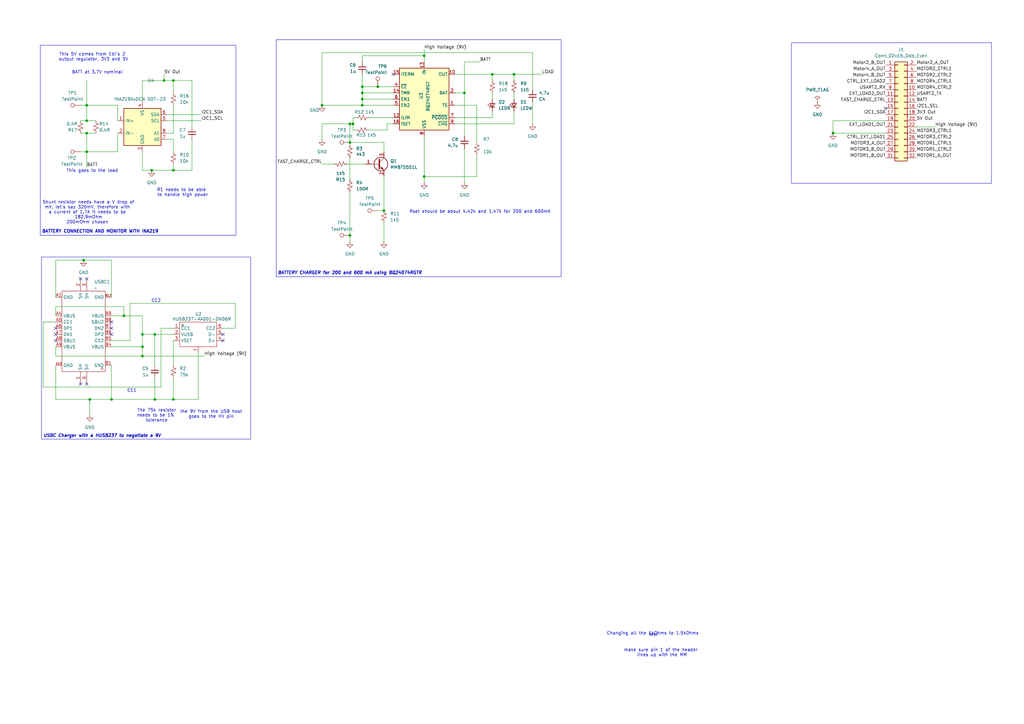
<source format=kicad_sch>
(kicad_sch (version 20250114) (generator "eeschema") (generator_version "9.0")
  (paper "A3")
  (title_block (title "Power board for MM") (date "2025-03-27") (rev "v2") (comment 1 "Author: Josh Smith (SMTJOS022)") (comment 2 "Author: Ebrahim Bhyat (BHYEBR002)"))
  (lib_symbols
    (symbol "Battery_Management:BQ24074RGT"
      (property "Reference" "U" (at -8.89 13.97 0))
      (property "Value" "BQ24074RGT" (at 16.51 13.97 0))
      (symbol "BQ24074RGT_0_1"
        (rectangle (start -10.16 12.7) (end 10.16 -12.7) (stroke (width 0.254)) (fill (type background)))
      )
      (symbol "BQ24074RGT_1_1"
        (pin input line (at -12.7 10.16 0) (length 2.54) (name "ITERM") (number "15"))
        (pin input line (at -12.7 5.08 0) (length 2.54) (name "~{CE}") (number "4"))
        (pin input line (at -12.7 2.54 0) (length 2.54) (name "TMR") (number "14"))
        (pin input line (at -12.7 0 0) (length 2.54) (name "EN1") (number "6"))
        (pin input line (at -12.7 -2.54 0) (length 2.54) (name "EN2") (number "5"))
        (pin passive line (at -12.7 -7.62 0) (length 2.54) (name "ILIM") (number "12"))
        (pin passive line (at -12.7 -10.16 0) (length 2.54) (name "ISET") (number "16"))
        (pin power_in line (at 0 15.24 270) (length 2.54) (name "IN") (number "13"))
        (pin passive line (at 0 -15.24 90) (length 2.54) (hide yes) (name "VSS") (number "17"))
        (pin power_in line (at 0 -15.24 90) (length 2.54) (name "VSS") (number "8"))
        (pin power_out line (at 12.7 10.16 180) (length 2.54) (name "OUT") (number "10"))
        (pin passive line (at 12.7 10.16 180) (length 2.54) (hide yes) (name "OUT") (number "11"))
        (pin power_out line (at 12.7 2.54 180) (length 2.54) (name "BAT") (number "2"))
        (pin passive line (at 12.7 2.54 180) (length 2.54) (hide yes) (name "BAT") (number "3"))
        (pin passive line (at 12.7 -2.54 180) (length 2.54) (name "TS") (number "1"))
        (pin open_collector line (at 12.7 -7.62 180) (length 2.54) (name "~{PGOOD}") (number "7"))
        (pin open_collector line (at 12.7 -10.16 180) (length 2.54) (name "~{CHG}") (number "9"))
      )
    )
    (symbol "Connector:TestPoint" (pin_numbers (hide yes)) (pin_names (offset 0.762) (hide yes))
      (property "Reference" "TP" (at 0 6.858 0))
      (property "Value" "TestPoint" (at 0 5.08 0))
      (symbol "TestPoint_0_1"
        (circle (center 0 3.302) (radius 0.762))
      )
      (symbol "TestPoint_1_1"
        (pin passive line (at 0 0 90) (length 2.54) (name "1") (number "1"))
      )
    )
    (symbol "Connector_Generic:Conn_02x16_Odd_Even" (pin_names (offset 1.016) (hide yes))
      (property "Reference" "J" (at 1.27 20.32 0))
      (property "Value" "Conn_02x16_Odd_Even" (at 1.27 -22.86 0))
      (symbol "Conn_02x16_Odd_Even_1_1"
        (rectangle (start -1.27 19.05) (end 3.81 -21.59) (stroke (width 0.254)) (fill (type background)))
        (rectangle (start -1.27 17.907) (end 0 17.653) (stroke (width 0.1524)))
        (rectangle (start -1.27 15.367) (end 0 15.113) (stroke (width 0.1524)))
        (rectangle (start -1.27 12.827) (end 0 12.573) (stroke (width 0.1524)))
        (rectangle (start -1.27 10.287) (end 0 10.033) (stroke (width 0.1524)))
        (rectangle (start -1.27 7.747) (end 0 7.493) (stroke (width 0.1524)))
        (rectangle (start -1.27 5.207) (end 0 4.953) (stroke (width 0.1524)))
        (rectangle (start -1.27 2.667) (end 0 2.413) (stroke (width 0.1524)))
        (rectangle (start -1.27 0.127) (end 0 -0.127) (stroke (width 0.1524)))
        (rectangle (start -1.27 -2.413) (end 0 -2.667) (stroke (width 0.1524)))
        (rectangle (start -1.27 -4.953) (end 0 -5.207) (stroke (width 0.1524)))
        (rectangle (start -1.27 -7.493) (end 0 -7.747) (stroke (width 0.1524)))
        (rectangle (start -1.27 -10.033) (end 0 -10.287) (stroke (width 0.1524)))
        (rectangle (start -1.27 -12.573) (end 0 -12.827) (stroke (width 0.1524)))
        (rectangle (start -1.27 -15.113) (end 0 -15.367) (stroke (width 0.1524)))
        (rectangle (start -1.27 -17.653) (end 0 -17.907) (stroke (width 0.1524)))
        (rectangle (start -1.27 -20.193) (end 0 -20.447) (stroke (width 0.1524)))
        (rectangle (start 3.81 17.907) (end 2.54 17.653) (stroke (width 0.1524)))
        (rectangle (start 3.81 15.367) (end 2.54 15.113) (stroke (width 0.1524)))
        (rectangle (start 3.81 12.827) (end 2.54 12.573) (stroke (width 0.1524)))
        (rectangle (start 3.81 10.287) (end 2.54 10.033) (stroke (width 0.1524)))
        (rectangle (start 3.81 7.747) (end 2.54 7.493) (stroke (width 0.1524)))
        (rectangle (start 3.81 5.207) (end 2.54 4.953) (stroke (width 0.1524)))
        (rectangle (start 3.81 2.667) (end 2.54 2.413) (stroke (width 0.1524)))
        (rectangle (start 3.81 0.127) (end 2.54 -0.127) (stroke (width 0.1524)))
        (rectangle (start 3.81 -2.413) (end 2.54 -2.667) (stroke (width 0.1524)))
        (rectangle (start 3.81 -4.953) (end 2.54 -5.207) (stroke (width 0.1524)))
        (rectangle (start 3.81 -7.493) (end 2.54 -7.747) (stroke (width 0.1524)))
        (rectangle (start 3.81 -10.033) (end 2.54 -10.287) (stroke (width 0.1524)))
        (rectangle (start 3.81 -12.573) (end 2.54 -12.827) (stroke (width 0.1524)))
        (rectangle (start 3.81 -15.113) (end 2.54 -15.367) (stroke (width 0.1524)))
        (rectangle (start 3.81 -17.653) (end 2.54 -17.907) (stroke (width 0.1524)))
        (rectangle (start 3.81 -20.193) (end 2.54 -20.447) (stroke (width 0.1524)))
        (pin passive line (at -5.08 17.78 0) (length 3.81) (name "Pin_1") (number "1"))
        (pin passive line (at -5.08 15.24 0) (length 3.81) (name "Pin_3") (number "3"))
        (pin passive line (at -5.08 12.7 0) (length 3.81) (name "Pin_5") (number "5"))
        (pin passive line (at -5.08 10.16 0) (length 3.81) (name "Pin_7") (number "7"))
        (pin passive line (at -5.08 7.62 0) (length 3.81) (name "Pin_9") (number "9"))
        (pin passive line (at -5.08 5.08 0) (length 3.81) (name "Pin_11") (number "11"))
        (pin passive line (at -5.08 2.54 0) (length 3.81) (name "Pin_13") (number "13"))
        (pin passive line (at -5.08 0 0) (length 3.81) (name "Pin_15") (number "15"))
        (pin passive line (at -5.08 -2.54 0) (length 3.81) (name "Pin_17") (number "17"))
        (pin passive line (at -5.08 -5.08 0) (length 3.81) (name "Pin_19") (number "19"))
        (pin passive line (at -5.08 -7.62 0) (length 3.81) (name "Pin_21") (number "21"))
        (pin passive line (at -5.08 -10.16 0) (length 3.81) (name "Pin_23") (number "23"))
        (pin passive line (at -5.08 -12.7 0) (length 3.81) (name "Pin_25") (number "25"))
        (pin passive line (at -5.08 -15.24 0) (length 3.81) (name "Pin_27") (number "27"))
        (pin passive line (at -5.08 -17.78 0) (length 3.81) (name "Pin_29") (number "29"))
        (pin passive line (at -5.08 -20.32 0) (length 3.81) (name "Pin_31") (number "31"))
        (pin passive line (at 7.62 17.78 180) (length 3.81) (name "Pin_2") (number "2"))
        (pin passive line (at 7.62 15.24 180) (length 3.81) (name "Pin_4") (number "4"))
        (pin passive line (at 7.62 12.7 180) (length 3.81) (name "Pin_6") (number "6"))
        (pin passive line (at 7.62 10.16 180) (length 3.81) (name "Pin_8") (number "8"))
        (pin passive line (at 7.62 7.62 180) (length 3.81) (name "Pin_10") (number "10"))
        (pin passive line (at 7.62 5.08 180) (length 3.81) (name "Pin_12") (number "12"))
        (pin passive line (at 7.62 2.54 180) (length 3.81) (name "Pin_14") (number "14"))
        (pin passive line (at 7.62 0 180) (length 3.81) (name "Pin_16") (number "16"))
        (pin passive line (at 7.62 -2.54 180) (length 3.81) (name "Pin_18") (number "18"))
        (pin passive line (at 7.62 -5.08 180) (length 3.81) (name "Pin_20") (number "20"))
        (pin passive line (at 7.62 -7.62 180) (length 3.81) (name "Pin_22") (number "22"))
        (pin passive line (at 7.62 -10.16 180) (length 3.81) (name "Pin_24") (number "24"))
        (pin passive line (at 7.62 -12.7 180) (length 3.81) (name "Pin_26") (number "26"))
        (pin passive line (at 7.62 -15.24 180) (length 3.81) (name "Pin_28") (number "28"))
        (pin passive line (at 7.62 -17.78 180) (length 3.81) (name "Pin_30") (number "30"))
        (pin passive line (at 7.62 -20.32 180) (length 3.81) (name "Pin_32") (number "32"))
      )
    )
    (symbol "Device:C_Small" (pin_numbers (hide yes)) (pin_names (offset 0.254) (hide yes))
      (property "Reference" "C" (at 0.254 1.778 0))
      (property "Value" "C_Small" (at 0.254 -2.032 0))
      (symbol "C_Small_0_1"
        (polyline (pts (xy -1.524 0.508) (xy 1.524 0.508)) (stroke (width 0.3048)))
        (polyline (pts (xy -1.524 -0.508) (xy 1.524 -0.508)) (stroke (width 0.3302)))
      )
      (symbol "C_Small_1_1"
        (pin passive line (at 0 2.54 270) (length 2.032) (name "~") (number "1"))
        (pin passive line (at 0 -2.54 90) (length 2.032) (name "~") (number "2"))
      )
    )
    (symbol "Device:LED_Small" (pin_numbers (hide yes)) (pin_names (offset 0.254) (hide yes))
      (property "Reference" "D" (at -1.27 3.175 0))
      (property "Value" "LED_Small" (at -4.445 -2.54 0))
      (symbol "LED_Small_0_1"
        (polyline (pts (xy -0.762 -1.016) (xy -0.762 1.016)) (stroke (width 0.254)))
        (polyline (pts (xy 0 0.762) (xy -0.508 1.27) (xy -0.254 1.27) (xy -0.508 1.27) (xy -0.508 1.016)))
        (polyline (pts (xy 0.508 1.27) (xy 0 1.778) (xy 0.254 1.778) (xy 0 1.778) (xy 0 1.524)))
        (polyline (pts (xy 0.762 -1.016) (xy -0.762 0) (xy 0.762 1.016) (xy 0.762 -1.016)) (stroke (width 0.254)))
        (polyline (pts (xy 1.016 0) (xy -0.762 0)))
      )
      (symbol "LED_Small_1_1"
        (pin passive line (at -2.54 0 0) (length 1.778) (name "K") (number "1"))
        (pin passive line (at 2.54 0 180) (length 1.778) (name "A") (number "2"))
      )
    )
    (symbol "Device:R_Small_US" (pin_numbers (hide yes)) (pin_names (offset 0.254) (hide yes))
      (property "Reference" "R" (at 0.762 0.508 0))
      (property "Value" "R_Small_US" (at 0.762 -1.016 0))
      (symbol "R_Small_US_1_1"
        (polyline (pts (xy 0 1.524) (xy 1.016 1.143) (xy 0 0.762) (xy -1.016 0.381) (xy 0 0)))
        (polyline (pts (xy 0 0) (xy 1.016 -0.381) (xy 0 -0.762) (xy -1.016 -1.143) (xy 0 -1.524)))
        (pin passive line (at 0 2.54 270) (length 1.016) (name "~") (number "1"))
        (pin passive line (at 0 -2.54 90) (length 1.016) (name "~") (number "2"))
      )
    )
    (symbol "GND_1" (power) (pin_numbers (hide yes)) (pin_names (offset 0) (hide yes))
      (property "Value" "GND" (at 0 -3.81 0))
      (symbol "GND_1_0_1"
        (polyline (pts (xy 0 0) (xy 0 -1.27) (xy 1.27 -1.27) (xy 0 -2.54) (xy -1.27 -1.27) (xy 0 -1.27)))
      )
      (symbol "GND_1_1_1"
        (pin power_in line (at 0 0 270) (length 0) (name "~") (number "1"))
      )
    )
    (symbol "GND_2" (power) (pin_numbers (hide yes)) (pin_names (offset 0) (hide yes))
      (property "Value" "GND" (at 0 -3.81 0))
      (symbol "GND_2_0_1"
        (polyline (pts (xy 0 0) (xy 0 -1.27) (xy 1.27 -1.27) (xy 0 -2.54) (xy -1.27 -1.27) (xy 0 -1.27)))
      )
      (symbol "GND_2_1_1"
        (pin power_in line (at 0 0 270) (length 0) (name "~") (number "1"))
      )
    )
    (symbol "GND_3" (power) (pin_numbers (hide yes)) (pin_names (offset 0) (hide yes))
      (property "Value" "GND" (at 0 -3.81 0))
      (symbol "GND_3_0_1"
        (polyline (pts (xy 0 0) (xy 0 -1.27) (xy 1.27 -1.27) (xy 0 -2.54) (xy -1.27 -1.27) (xy 0 -1.27)))
      )
      (symbol "GND_3_1_1"
        (pin power_in line (at 0 0 270) (length 0) (name "~") (number "1"))
      )
    )
    (symbol "GND_4" (power) (pin_numbers (hide yes)) (pin_names (offset 0) (hide yes))
      (property "Value" "GND" (at 0 -3.81 0))
      (symbol "GND_4_0_1"
        (polyline (pts (xy 0 0) (xy 0 -1.27) (xy 1.27 -1.27) (xy 0 -2.54) (xy -1.27 -1.27) (xy 0 -1.27)))
      )
      (symbol "GND_4_1_1"
        (pin power_in line (at 0 0 270) (length 0) (name "~") (number "1"))
      )
    )
    (symbol "GND_5" (power) (pin_numbers (hide yes)) (pin_names (offset 0) (hide yes))
      (property "Value" "GND" (at 0 -3.81 0))
      (symbol "GND_5_0_1"
        (polyline (pts (xy 0 0) (xy 0 -1.27) (xy 1.27 -1.27) (xy 0 -2.54) (xy -1.27 -1.27) (xy 0 -1.27)))
      )
      (symbol "GND_5_1_1"
        (pin power_in line (at 0 0 270) (length 0) (name "~") (number "1"))
      )
    )
    (symbol "Sensor_Energy:INA219AxDCN"
      (property "Reference" "U" (at -6.35 8.89 0))
      (property "Value" "INA219AxDCN" (at 6.35 8.89 0))
      (symbol "INA219AxDCN_0_1"
        (rectangle (start -7.62 7.62) (end 7.62 -7.62) (stroke (width 0.254)) (fill (type background)))
      )
      (symbol "INA219AxDCN_1_1"
        (pin input line (at -10.16 2.54 0) (length 2.54) (name "IN+") (number "1"))
        (pin input line (at -10.16 -2.54 0) (length 2.54) (name "IN-") (number "2"))
        (pin power_in line (at 0 10.16 270) (length 2.54) (name "VS") (number "4"))
        (pin power_in line (at 0 -10.16 90) (length 2.54) (name "GND") (number "3"))
        (pin bidirectional line (at 10.16 5.08 180) (length 2.54) (name "SDA") (number "6"))
        (pin input line (at 10.16 2.54 180) (length 2.54) (name "SCL") (number "5"))
        (pin input line (at 10.16 -2.54 180) (length 2.54) (name "A1") (number "8"))
        (pin input line (at 10.16 -5.08 180) (length 2.54) (name "A0") (number "7"))
      )
    )
    (symbol "TYPE-C-31-M-12 Schematic:TYPE-C-31-M-12"
      (property "Reference" "USBC" (at 0 0 0))
      (symbol "TYPE-C-31-M-12_1_0"
        (rectangle (start -8.89 -16.51) (end 8.89 16.51))
        (circle (center -7.62 15.24) (radius 0.381))
        (pin unspecified line (at -11.43 13.97 0) (length 2.54) (name "GND") (number "B1"))
        (pin unspecified line (at -11.43 6.35 0) (length 2.54) (name "VBUS") (number "B4"))
        (pin unspecified line (at -11.43 3.81 0) (length 2.54) (name "CC2") (number "B5"))
        (pin unspecified line (at -11.43 1.27 0) (length 2.54) (name "DP2") (number "B6"))
        (pin unspecified line (at -11.43 -1.27 0) (length 2.54) (name "DN2") (number "B7"))
        (pin unspecified line (at -11.43 -3.81 0) (length 2.54) (name "SBU2") (number "B8"))
        (pin unspecified line (at -11.43 -6.35 0) (length 2.54) (name "VBUS") (number "B9"))
        (pin unspecified line (at -11.43 -13.97 0) (length 2.54) (name "GND") (number "B12"))
        (pin unspecified line (at -1.27 21.59 270) (length 5.08) (name "SH") (number "0"))
        (pin unspecified line (at -1.27 -21.59 90) (length 5.08) (name "SH") (number "3"))
        (pin unspecified line (at 1.27 21.59 270) (length 5.08) (name "SH") (number "1"))
        (pin unspecified line (at 1.27 -21.59 90) (length 5.08) (name "SH") (number "2"))
        (pin unspecified line (at 11.43 13.97 180) (length 2.54) (name "GND") (number "A12"))
        (pin unspecified line (at 11.43 6.35 180) (length 2.54) (name "VBUS") (number "A9"))
        (pin unspecified line (at 11.43 3.81 180) (length 2.54) (name "SBU1") (number "A8"))
        (pin unspecified line (at 11.43 1.27 180) (length 2.54) (name "DN1") (number "A7"))
        (pin unspecified line (at 11.43 -1.27 180) (length 2.54) (name "DP1") (number "A6"))
        (pin unspecified line (at 11.43 -3.81 180) (length 2.54) (name "CC1") (number "A5"))
        (pin unspecified line (at 11.43 -6.35 180) (length 2.54) (name "VBUS") (number "A4"))
        (pin unspecified line (at 11.43 -13.97 180) (length 2.54) (name "GND") (number "A1"))
      )
    )
    (symbol "Transistor_BJT:MMBT5551L" (pin_names (offset 0) (hide yes))
      (property "Reference" "Q" (at 5.08 1.905 0))
      (property "Value" "MMBT5551L" (at 5.08 0 0))
      (symbol "MMBT5551L_0_1"
        (polyline (pts (xy -2.54 0) (xy 0.635 0)))
        (polyline (pts (xy 0.635 1.905) (xy 0.635 -1.905)) (stroke (width 0.508)))
        (circle (center 1.27 0) (radius 2.8194) (stroke (width 0.254)))
      )
      (symbol "MMBT5551L_1_1"
        (polyline (pts (xy 0.635 0.635) (xy 2.54 2.54)))
        (polyline (pts (xy 0.635 -0.635) (xy 2.54 -2.54)))
        (polyline (pts (xy 1.27 -1.778) (xy 1.778 -1.27) (xy 2.286 -2.286) (xy 1.27 -1.778)) (fill (type outline)))
        (pin input line (at -5.08 0 0) (length 2.54) (name "B") (number "1"))
        (pin passive line (at 2.54 5.08 270) (length 2.54) (name "C") (number "3"))
        (pin passive line (at 2.54 -5.08 90) (length 2.54) (name "E") (number "2"))
      )
    )
    (symbol "penis-altium-import:root_0_HUSB237-AA001-DN06R_"
      (symbol "root_0_HUSB237-AA001-DN06R__1_0"
        (rectangle (start -7.62 5.08) (end 7.62 -5.08) (stroke (width 0) (color 160 0 0 1)))
        (circle (center -6.35 3.81) (radius 0.381) (stroke (width 0) (color 0 0 0 1)))
        (pin passive line (at -10.16 2.54 0) (length 2.54) (name "CC1") (number "1"))
        (pin passive line (at -10.16 0 0) (length 2.54) (name "VUSB") (number "2"))
        (pin passive line (at -10.16 -2.54 0) (length 2.54) (name "VSET") (number "3"))
        (pin passive line (at 0 -7.62 90) (length 2.54) (name "GND") (number "7"))
        (pin passive line (at 10.16 2.54 180) (length 2.54) (name "CC2") (number "6"))
        (pin passive line (at 10.16 0 180) (length 2.54) (name "D-") (number "5"))
        (pin passive line (at 10.16 -2.54 180) (length 2.54) (name "D+") (number "4"))
      )
    )
    (symbol "power:PWR_FLAG" (power) (pin_numbers (hide yes)) (pin_names (offset 0) (hide yes))
      (property "Value" "PWR_FLAG" (at 0 3.81 0))
      (symbol "PWR_FLAG_0_0"
        (pin power_out line (at 0 0 90) (length 0) (name "~") (number "1"))
      )
      (symbol "PWR_FLAG_0_1"
        (polyline (pts (xy 0 0) (xy 0 1.27) (xy -1.016 1.905) (xy 0 2.54) (xy 1.016 1.905) (xy 0 1.27)))
      )
    )
  )
  (rectangle (start 113.284 16.256) (end 230.124 113.538))
  (rectangle (start 17.018 105.41) (end 102.87 180.086))
  (rectangle (start 324.612 17.526) (end 406.654 75.184))
  (rectangle (start 16.51 18.542) (end 96.774 96.52))
  (rectangle (start 60.96 53.594) (end 60.96 53.594))
  (text "This 5V comes from Ebi's 2 \noutput regulator, 3V3 and 5V\n" (at 38.354 23.368 0) (effects (font (size 1.27 1.27))))
  (text "This goes to the load\n" (at 37.846 70.104 0) (effects (font (size 1.27 1.27))))
  (text "Shunt resistor needs have a V drop of\nmV, let's say 320mV, therefore with \na current of 1.7A it needs to be \n182.9mOhm\n200mOhm chosen \n" (at 36.322 87.122 0) (effects (font (size 1.27 1.27))))
  (text "R1 needs to be able \nto handle high power\n" (at 74.93 78.994 0) (effects (font (size 1.27 1.27))))
  (text "BATTERY CONNECTION AND MONITOR WITH INA219\n" (at 41.148 94.996 0) (effects (font (size 1.27 1.27) (thickness 0.254) (bold yes))))
  (text "Rset should be about 4.42k and 1.47k for 200 and 600mA\n" (at 196.85 86.868 0) (effects (font (size 1.27 1.27))))
  (text "BATTERY CHARGER for 200 and 600 mA using BQ24074RGTR\n" (at 143.51 112.014 0) (effects (font (size 1.27 1.27) (thickness 0.254) (bold yes) (italic yes))))
  (text "USBC Charger with a HUSB237 to negotiate a 9V\n" (at 41.91 178.816 0) (effects (font (size 1.27 1.27) (thickness 0.254) (bold yes) (italic yes))))
  (text "make sure pin 1 of the header \nlines up with the MM\n" (at 271.526 267.716 0) (effects (font (size 1.27 1.27))))
  (text "BATT at 3.7V nominal\n\n" (at 39.878 30.734 0) (effects (font (size 1.27 1.27))))
  (text "the 9V from the USB host\ngoes to the HV pin\n" (at 86.614 169.926 0) (effects (font (size 1.27 1.27))))
  (text "Changing all the 1kOhms to 1.5kOhms" (at 267.716 259.842 0) (effects (font (size 1.27 1.27))))
  (text "test\n" (at 267.97 260.35 0) (effects (font (size 1.27 1.27))))
  (text "The 75k resistor\nneeds to be 1% \ntolerance\n" (at 64.262 170.434 0) (effects (font (size 1.27 1.27))))
  (text "CC1" (at 54.102 160.274 0) (effects (font (size 1.27 1.27))))
  (text "CC2" (at 64.008 123.444 0) (effects (font (size 1.27 1.27))))
  (junction (at 132.08 43.18))
  (junction (at 154.94 35.56))
  (junction (at 35.56 54.61))
  (junction (at 201.93 30.48))
  (junction (at 58.42 146.05))
  (junction (at 148.59 35.56))
  (junction (at 58.42 137.16))
  (junction (at 143.51 50.8))
  (junction (at 36.83 163.83))
  (junction (at 148.59 43.18))
  (junction (at 210.82 30.48))
  (junction (at 143.51 58.42))
  (junction (at 341.63 54.61))
  (junction (at 67.31 33.02))
  (junction (at 148.59 40.64))
  (junction (at 35.56 49.53))
  (junction (at 71.12 163.83))
  (junction (at 35.56 62.23))
  (junction (at 71.12 69.85))
  (junction (at 173.99 72.39))
  (junction (at 144.78 50.8))
  (junction (at 34.29 106.68))
  (junction (at 58.42 142.24))
  (junction (at 71.12 33.02))
  (junction (at 143.51 96.52))
  (junction (at 35.56 43.18))
  (junction (at 190.5 38.1))
  (junction (at 173.99 22.86))
  (junction (at 63.5 163.83))
  (junction (at 157.48 86.36))
  (junction (at 50.8 129.54))
  (junction (at 148.59 38.1))
  (junction (at 62.23 69.85))
  (junction (at 63.5 137.16))
  (junction (at 45.72 163.83))
  (no_connect (at 363.22 44.45))
  (no_connect (at 22.86 137.16))
  (no_connect (at 91.44 139.7))
  (no_connect (at 45.72 132.08))
  (no_connect (at 35.56 114.3))
  (no_connect (at 45.72 134.62))
  (no_connect (at 22.86 134.62))
  (no_connect (at 91.44 137.16))
  (no_connect (at 33.02 157.48))
  (no_connect (at 45.72 137.16))
  (no_connect (at 161.29 30.48))
  (no_connect (at 33.02 114.3))
  (no_connect (at 35.56 157.48))
  (no_connect (at 22.86 139.7))
  (wire (pts (xy 151.13 53.34) (xy 158.75 53.34)))
  (wire (pts (xy 63.5 163.83) (xy 71.12 163.83)))
  (wire (pts (xy 148.59 38.1) (xy 161.29 38.1)))
  (wire (pts (xy 58.42 129.54) (xy 58.42 137.16)))
  (wire (pts (xy 190.5 25.4) (xy 196.85 25.4)))
  (wire (pts (xy 201.93 30.48) (xy 210.82 30.48)))
  (wire (pts (xy 143.51 50.8) (xy 132.08 50.8)))
  (wire (pts (xy 148.59 40.64) (xy 161.29 40.64)))
  (wire (pts (xy 81.28 163.83) (xy 81.28 144.78)))
  (wire (pts (xy 186.69 38.1) (xy 190.5 38.1)))
  (wire (pts (xy 148.59 35.56) (xy 148.59 38.1)))
  (wire (pts (xy 35.56 54.61) (xy 35.56 62.23)))
  (wire (pts (xy 50.8 129.54) (xy 45.72 129.54)))
  (wire (pts (xy 48.26 43.18) (xy 48.26 49.53)))
  (wire (pts (xy 132.08 21.59) (xy 218.44 21.59)))
  (wire (pts (xy 190.5 74.93) (xy 190.5 60.96)))
  (wire (pts (xy 190.5 25.4) (xy 190.5 38.1)))
  (wire (pts (xy 22.86 149.86) (xy 22.86 163.83)))
  (wire (pts (xy 195.58 43.18) (xy 195.58 58.42)))
  (wire (pts (xy 22.86 132.08) (xy 17.78 132.08)))
  (wire (pts (xy 68.58 57.15) (xy 71.12 57.15)))
  (wire (pts (xy 148.59 38.1) (xy 148.59 40.64)))
  (wire (pts (xy 71.12 57.15) (xy 71.12 62.23)))
  (wire (pts (xy 201.93 45.72) (xy 201.93 48.26)))
  (wire (pts (xy 210.82 30.48) (xy 222.25 30.48)))
  (wire (pts (xy 186.69 30.48) (xy 201.93 30.48)))
  (wire (pts (xy 22.86 129.54) (xy 22.86 125.73)))
  (wire (pts (xy 58.42 69.85) (xy 62.23 69.85)))
  (wire (pts (xy 45.72 142.24) (xy 58.42 142.24)))
  (wire (pts (xy 210.82 45.72) (xy 210.82 50.8)))
  (wire (pts (xy 58.42 62.23) (xy 58.42 69.85)))
  (wire (pts (xy 35.56 49.53) (xy 33.02 49.53)))
  (wire (pts (xy 71.12 33.02) (xy 71.12 38.1)))
  (wire (pts (xy 58.42 137.16) (xy 58.42 142.24)))
  (wire (pts (xy 148.59 30.48) (xy 148.59 35.56)))
  (wire (pts (xy 144.78 50.8) (xy 143.51 50.8)))
  (wire (pts (xy 154.94 35.56) (xy 148.59 35.56)))
  (wire (pts (xy 71.12 139.7) (xy 71.12 149.86)))
  (wire (pts (xy 45.72 163.83) (xy 63.5 163.83)))
  (wire (pts (xy 33.02 54.61) (xy 35.56 54.61)))
  (wire (pts (xy 143.51 50.8) (xy 143.51 58.42)))
  (wire (pts (xy 67.31 33.02) (xy 71.12 33.02)))
  (wire (pts (xy 186.69 48.26) (xy 201.93 48.26)))
  (wire (pts (xy 186.69 43.18) (xy 195.58 43.18)))
  (wire (pts (xy 157.48 91.44) (xy 157.48 99.06)))
  (wire (pts (xy 66.04 134.62) (xy 66.04 158.75)))
  (wire (pts (xy 146.05 48.26) (xy 144.78 48.26)))
  (wire (pts (xy 63.5 137.16) (xy 71.12 137.16)))
  (wire (pts (xy 22.86 106.68) (xy 34.29 106.68)))
  (wire (pts (xy 218.44 41.91) (xy 218.44 50.8)))
  (wire (pts (xy 144.78 50.8) (xy 144.78 53.34)))
  (wire (pts (xy 195.58 63.5) (xy 195.58 72.39)))
  (wire (pts (xy 132.08 43.18) (xy 148.59 43.18)))
  (wire (pts (xy 210.82 33.02) (xy 210.82 30.48)))
  (wire (pts (xy 142.24 67.31) (xy 149.86 67.31)))
  (wire (pts (xy 78.74 57.15) (xy 78.74 69.85)))
  (wire (pts (xy 190.5 38.1) (xy 190.5 55.88)))
  (wire (pts (xy 17.78 132.08) (xy 17.78 158.75)))
  (wire (pts (xy 53.34 124.46) (xy 96.52 124.46)))
  (wire (pts (xy 58.42 129.54) (xy 50.8 129.54)))
  (wire (pts (xy 173.99 22.86) (xy 148.59 22.86)))
  (wire (pts (xy 66.04 134.62) (xy 71.12 134.62)))
  (wire (pts (xy 148.59 22.86) (xy 148.59 25.4)))
  (wire (pts (xy 17.78 158.75) (xy 66.04 158.75)))
  (wire (pts (xy 148.59 40.64) (xy 148.59 43.18)))
  (wire (pts (xy 154.94 86.36) (xy 157.48 86.36)))
  (wire (pts (xy 201.93 30.48) (xy 201.93 33.02)))
  (wire (pts (xy 341.63 49.53) (xy 363.22 49.53)))
  (wire (pts (xy 58.42 142.24) (xy 58.42 146.05)))
  (wire (pts (xy 22.86 142.24) (xy 22.86 146.05)))
  (wire (pts (xy 58.42 33.02) (xy 58.42 41.91)))
  (wire (pts (xy 161.29 35.56) (xy 154.94 35.56)))
  (wire (pts (xy 58.42 146.05) (xy 83.82 146.05)))
  (wire (pts (xy 39.37 49.53) (xy 35.56 49.53)))
  (wire (pts (xy 173.99 55.88) (xy 173.99 72.39)))
  (wire (pts (xy 144.78 48.26) (xy 144.78 50.8)))
  (wire (pts (xy 36.83 163.83) (xy 45.72 163.83)))
  (wire (pts (xy 143.51 78.74) (xy 143.51 96.52)))
  (wire (pts (xy 143.51 96.52) (xy 143.51 99.06)))
  (wire (pts (xy 158.75 50.8) (xy 158.75 53.34)))
  (wire (pts (xy 210.82 38.1) (xy 210.82 40.64)))
  (wire (pts (xy 132.08 43.18) (xy 132.08 21.59)))
  (wire (pts (xy 22.86 125.73) (xy 50.8 125.73)))
  (wire (pts (xy 63.5 154.94) (xy 63.5 163.83)))
  (wire (pts (xy 36.83 170.18) (xy 36.83 163.83)))
  (wire (pts (xy 143.51 58.42) (xy 143.51 59.69)))
  (wire (pts (xy 35.56 62.23) (xy 48.26 62.23)))
  (wire (pts (xy 35.56 43.18) (xy 48.26 43.18)))
  (wire (pts (xy 45.72 106.68) (xy 45.72 121.92)))
  (wire (pts (xy 33.02 43.18) (xy 35.56 43.18)))
  (wire (pts (xy 173.99 20.32) (xy 173.99 22.86)))
  (wire (pts (xy 53.34 139.7) (xy 53.34 124.46)))
  (wire (pts (xy 45.72 139.7) (xy 53.34 139.7)))
  (wire (pts (xy 143.51 64.77) (xy 143.51 73.66)))
  (wire (pts (xy 71.12 69.85) (xy 78.74 69.85)))
  (wire (pts (xy 96.52 124.46) (xy 96.52 134.62)))
  (wire (pts (xy 383.54 52.07) (xy 375.92 52.07)))
  (wire (pts (xy 173.99 22.86) (xy 173.99 25.4)))
  (wire (pts (xy 58.42 33.02) (xy 67.31 33.02)))
  (wire (pts (xy 48.26 54.61) (xy 48.26 62.23)))
  (wire (pts (xy 68.58 46.99) (xy 82.55 46.99)))
  (wire (pts (xy 341.63 54.61) (xy 341.63 49.53)))
  (wire (pts (xy 22.86 163.83) (xy 36.83 163.83)))
  (wire (pts (xy 62.23 69.85) (xy 71.12 69.85)))
  (wire (pts (xy 148.59 43.18) (xy 161.29 43.18)))
  (wire (pts (xy 157.48 58.42) (xy 157.48 62.23)))
  (wire (pts (xy 35.56 62.23) (xy 35.56 68.58)))
  (wire (pts (xy 132.08 50.8) (xy 132.08 57.15)))
  (wire (pts (xy 71.12 67.31) (xy 71.12 69.85)))
  (wire (pts (xy 58.42 137.16) (xy 63.5 137.16)))
  (wire (pts (xy 68.58 49.53) (xy 82.55 49.53)))
  (wire (pts (xy 35.56 54.61) (xy 39.37 54.61)))
  (wire (pts (xy 161.29 50.8) (xy 158.75 50.8)))
  (wire (pts (xy 33.02 62.23) (xy 35.56 62.23)))
  (wire (pts (xy 173.99 72.39) (xy 173.99 74.93)))
  (wire (pts (xy 35.56 33.02) (xy 35.56 43.18)))
  (wire (pts (xy 34.29 106.68) (xy 45.72 106.68)))
  (wire (pts (xy 218.44 21.59) (xy 218.44 36.83)))
  (wire (pts (xy 71.12 154.94) (xy 71.12 163.83)))
  (wire (pts (xy 22.86 146.05) (xy 58.42 146.05)))
  (wire (pts (xy 341.63 54.61) (xy 363.22 54.61)))
  (wire (pts (xy 96.52 134.62) (xy 91.44 134.62)))
  (wire (pts (xy 78.74 33.02) (xy 78.74 52.07)))
  (wire (pts (xy 71.12 163.83) (xy 81.28 163.83)))
  (wire (pts (xy 45.72 149.86) (xy 45.72 163.83)))
  (wire (pts (xy 63.5 137.16) (xy 63.5 149.86)))
  (wire (pts (xy 67.31 33.02) (xy 67.31 30.48)))
  (wire (pts (xy 68.58 54.61) (xy 71.12 54.61)))
  (wire (pts (xy 157.48 72.39) (xy 157.48 86.36)))
  (wire (pts (xy 201.93 38.1) (xy 201.93 40.64)))
  (wire (pts (xy 71.12 54.61) (xy 71.12 43.18)))
  (wire (pts (xy 173.99 72.39) (xy 195.58 72.39)))
  (wire (pts (xy 50.8 125.73) (xy 50.8 129.54)))
  (wire (pts (xy 35.56 43.18) (xy 35.56 49.53)))
  (wire (pts (xy 161.29 48.26) (xy 151.13 48.26)))
  (wire (pts (xy 143.51 58.42) (xy 157.48 58.42)))
  (wire (pts (xy 22.86 106.68) (xy 22.86 121.92)))
  (wire (pts (xy 71.12 33.02) (xy 78.74 33.02)))
  (wire (pts (xy 132.08 67.31) (xy 137.16 67.31)))
  (wire (pts (xy 210.82 50.8) (xy 186.69 50.8)))
  (wire (pts (xy 144.78 53.34) (xy 146.05 53.34)))
  (label "EXT_LOAD2_OUT" (at 363.22 39.37 180))
  (label "I2C1_SCL" (at 82.55 49.53 0))
  (label "FAST_CHARGE_CTRL" (at 363.22 41.91 180))
  (label "Motor4_A_OUT" (at 363.22 29.21 180))
  (label "High Voltage (9V)" (at 383.54 52.07 0))
  (label "CTRL_EXT_LOAD1" (at 363.22 57.15 180))
  (label "BATT" (at 196.85 25.4 0))
  (label "MOTOR1_B_OUT" (at 363.22 64.77 180))
  (label "FAST_CHARGE_CTRL" (at 132.08 67.31 180))
  (label "5V Out" (at 67.31 30.48 0))
  (label "5V Out" (at 375.92 49.53 0))
  (label "LOAD" (at 222.25 30.48 0))
  (label "High Voltage (9V)" (at 173.99 20.32 0))
  (label "High Voltage (9V)" (at 83.82 146.05 0))
  (label "EXT_LOAD1_OUT" (at 363.22 52.07 180))
  (label "3V3 Out" (at 375.92 46.99 0))
  (label "MOTOR2_CTRL2" (at 375.92 31.75 0))
  (label "BATT" (at 375.92 41.91 0))
  (label "MOTOR3_CTRL1" (at 375.92 54.61 0))
  (label "MOTOR3_B_OUT" (at 363.22 62.23 180))
  (label "MOTOR1_CTRL1" (at 375.92 59.69 0))
  (label "MOTOR4_CTRL2" (at 375.92 36.83 0))
  (label "MOTOR3_A_OUT" (at 363.22 59.69 180))
  (label "I2C1_SCL" (at 375.92 44.45 0))
  (label "MOTOR1_CTRL2" (at 375.92 62.23 0))
  (label "I2C1_SDA" (at 363.22 46.99 180))
  (label "USART2_TX" (at 375.92 39.37 0))
  (label "MOTOR1_A_OUT" (at 375.92 64.77 0))
  (label "CTRL_EXT_LOAD2" (at 363.22 34.29 180))
  (label "Motor4_B_OUT" (at 363.22 31.75 180))
  (label "Motor2_B_OUT" (at 363.22 26.67 180))
  (label "MOTOR3_CTRL2" (at 375.92 57.15 0))
  (label "BATT" (at 35.56 68.58 0))
  (label "MOTOR2_CTRL1" (at 375.92 29.21 0))
  (label "USART2_RX" (at 363.22 36.83 180))
  (label "MOTOR4_CTRL1" (at 375.92 34.29 0))
  (label "I2C1_SDA" (at 82.55 46.99 0))
  (label "Motor2_A_OUT" (at 375.92 26.67 0))
  (symbol (lib_id "Device:R_Small_US") (at 195.58 60.96 0) (unit 1)
    (property "Reference" "R7" (at 198.12 57.1499 0) (effects (justify left)))
    (property "Value" "10k" (at 198.12 62.2299 0) (effects (justify left)))
    (property "Footprint" "Resistor_SMD:R_0201_0603Metric_Pad0.64x0.40mm_HandSolder" (effects (hide yes)))
    (property "Description" "Resistor, small US symbol" (effects (hide yes)))
    (property "LCSC" "C25804" (effects (hide yes)))
  )
  (symbol (lib_id "Device:R_Small_US") (at 71.12 40.64 0) (unit 1)
    (property "Reference" "R16" (at 73.66 39.3699 0) (effects (justify left)))
    (property "Value" "10k" (at 73.66 41.9099 0) (effects (justify left)))
    (property "Footprint" "Resistor_SMD:R_0201_0603Metric_Pad0.64x0.40mm_HandSolder" (effects (hide yes)))
    (property "Description" "Resistor, small US symbol" (effects (hide yes)))
    (property "Supplier" "LCSC" (effects (hide yes)))
    (property "LCSC" "C25804" (effects (hide yes)))
  )
  (symbol (lib_id "Device:R_Small_US") (at 148.59 53.34 90) (mirror x) (unit 1)
    (property "Reference" "R13" (at 148.082 55.372 90))
    (property "Value" "1k5" (at 152.4 55.372 90))
    (property "Footprint" "Resistor_SMD:R_0201_0603Metric_Pad0.64x0.40mm_HandSolder" (effects (hide yes)))
    (property "Description" "Resistor, small US symbol" (effects (hide yes)))
    (property "Supplier" "LCSC" (effects (hide yes)))
    (property "LCSC" "C22843" (effects (hide yes)))
  )
  (symbol (lib_name "GND_4") (lib_id "power:GND") (at 143.51 99.06 0) (unit 1)
    (property "Reference" "#PWR08" (effects (hide yes)))
    (property "Value" "GND" (at 143.51 104.14 0))
    (property "Description" "Power symbol creates a global label with name \"GND\" , ground" (effects (hide yes)))
  )
  (symbol (lib_name "GND_5") (lib_id "power:GND") (at 335.28 41.91 0) (unit 1)
    (property "Reference" "#PWR014" (effects (hide yes)))
    (property "Value" "GND" (at 335.28 46.99 0))
    (property "Description" "Power symbol creates a global label with name \"GND\" , ground" (effects (hide yes)))
  )
  (symbol (lib_id "Device:C_Small") (at 190.5 58.42 0) (mirror x) (unit 1)
    (property "Reference" "C8" (at 187.96 57.1435 0) (effects (justify right)))
    (property "Value" "4.7u" (at 187.96 59.6835 0) (effects (justify right)))
    (property "Footprint" "Capacitor_SMD:C_0201_0603Metric_Pad0.64x0.40mm_HandSolder" (effects (hide yes)))
    (property "Description" "Unpolarized capacitor, small symbol" (effects (hide yes)))
    (property "Supplier" "LCSC" (effects (hide yes)))
    (property "LCSC" "C19666" (effects (hide yes)))
  )
  (symbol (lib_id "TYPE-C-31-M-12 Schematic:TYPE-C-31-M-12") (at 34.29 135.89 180) (unit 1)
    (property "Reference" "USBC1" (at 38.6781 115.57 0) (effects (justify right)))
    (property "Value" "~" (at 38.6781 118.11 0) (effects (justify right)))
    (property "Footprint" "Connector_USB:USB_C_Receptacle_HRO_TYPE-C-31-M-12" (effects (hide yes)))
    (property "Datasheet" "https://atta.szlcsc.com/upload/public/pdf/source/20220525/466408E853115E789EDB0DDC29077C05.pdf" (effects (hide yes)))
    (property "Description" "Connector Type:Type-C Standard:- Gender:Female Mounting Style:- Number of Contacts:16P Number of Ports:1 Current Rating - Power (Max):5A Operating Temperature Range:- Operating Temperature Range:-" (effects (hide yes)))
    (property "Manufacturer Part" "TYPE-C-31-M-12" (effects (hide yes)))
    (property "Manufacturer" "韩国韩荣" (effects (hide yes)))
    (property "LCSC" "C165948" (effects (hide yes)))
    (property "Supplier" "LCSC" (effects (hide yes)))
    (property "LCSC Part Name" "Type-C 母" (effects (hide yes)))
  )
  (symbol (lib_id "Device:C_Small") (at 148.59 27.94 0) (mirror y) (unit 1)
    (property "Reference" "C6" (at 146.05 26.6762 0) (effects (justify left)))
    (property "Value" "1u" (at 146.05 29.2162 0) (effects (justify left)))
    (property "Footprint" "Capacitor_SMD:C_0201_0603Metric_Pad0.64x0.40mm_HandSolder" (effects (hide yes)))
    (property "Description" "Unpolarized capacitor, small symbol" (effects (hide yes)))
    (property "Supplier" "LCSC" (effects (hide yes)))
    (property "LCSC" "C15849" (effects (hide yes)))
  )
  (symbol (lib_id "Connector:TestPoint") (at 143.51 96.52 90) (unit 1)
    (property "Reference" "TP4" (at 140.208 91.44 90))
    (property "Value" "TestPoint" (at 140.208 93.98 90))
    (property "Footprint" "TestPoint:TestPoint_Pad_D3.0mm" (effects (hide yes)))
    (property "Description" "test point" (effects (hide yes)))
  )
  (symbol (lib_id "Device:R_Small_US") (at 148.59 48.26 90) (unit 1)
    (property "Reference" "R12" (at 147.32 45.974 90))
    (property "Value" "1k5" (at 151.638 45.974 90))
    (property "Footprint" "Resistor_SMD:R_0201_0603Metric_Pad0.64x0.40mm_HandSolder" (effects (hide yes)))
    (property "Description" "Resistor, small US symbol" (effects (hide yes)))
    (property "Supplier" "LCSC" (effects (hide yes)))
    (property "LCSC" "C22843" (effects (hide yes)))
  )
  (symbol (lib_id "Device:R_Small_US") (at 71.12 64.77 0) (unit 1)
    (property "Reference" "R10" (at 73.66 63.4999 0) (effects (justify left)))
    (property "Value" "10k" (at 73.66 66.0399 0) (effects (justify left)))
    (property "Footprint" "Resistor_SMD:R_0201_0603Metric_Pad0.64x0.40mm_HandSolder" (effects (hide yes)))
    (property "Description" "Resistor, small US symbol" (effects (hide yes)))
    (property "Supplier" "LCSC" (effects (hide yes)))
    (property "LCSC" "C25804" (effects (hide yes)))
  )
  (symbol (lib_id "Connector:TestPoint") (at 33.02 43.18 90) (unit 1)
    (property "Reference" "TP1" (at 29.718 38.1 90))
    (property "Value" "TestPoint" (at 29.718 40.64 90))
    (property "Footprint" "TestPoint:TestPoint_Pad_D3.0mm" (effects (hide yes)))
    (property "Description" "test point" (effects (hide yes)))
  )
  (symbol (lib_id "Sensor_Energy:INA219AxDCN") (at 58.42 52.07 0) (unit 1)
    (property "Reference" "U4" (at 60.5633 33.02 0) (effects (justify left)))
    (property "Value" "INA219AxDCN SOT-23" (at 46.736 40.64 0) (effects (justify left)))
    (property "Footprint" "Package_TO_SOT_SMD:SOT-23-8" (effects (hide yes)))
    (property "Datasheet" "http://www.ti.com/lit/ds/symlink/ina219.pdf" (effects (hide yes)))
    (property "Description" "Zero-Drift, Bidirectional Current/Power Monitor (0-26V) With I2C Interface, SOT-23-8" (effects (hide yes)))
    (property "Supplier" "LCSC" (effects (hide yes)))
    (property "LCSC" "C87469" (effects (hide yes)))
  )
  (symbol (lib_id "Device:R_Small_US") (at 157.48 88.9 0) (unit 1)
    (property "Reference" "R11" (at 160.02 87.6299 0) (effects (justify left)))
    (property "Value" "1k5" (at 160.02 90.1699 0) (effects (justify left)))
    (property "Footprint" "Resistor_SMD:R_0201_0603Metric_Pad0.64x0.40mm_HandSolder" (effects (hide yes)))
    (property "Description" "Resistor, small US symbol" (effects (hide yes)))
    (property "Supplier" "LCSC" (effects (hide yes)))
    (property "LCSC" "C22843" (effects (hide yes)))
  )
  (symbol (lib_name "GND_4") (lib_id "power:GND") (at 218.44 50.8 0) (unit 1)
    (property "Reference" "#PWR012" (effects (hide yes)))
    (property "Value" "GND" (at 218.44 55.88 0))
    (property "Description" "Power symbol creates a global label with name \"GND\" , ground" (effects (hide yes)))
  )
  (symbol (lib_id "Device:LED_Small") (at 201.93 43.18 90) (unit 1)
    (property "Reference" "D2" (at 204.47 41.8464 90) (effects (justify right)))
    (property "Value" "LEDR" (at 204.47 44.3864 90) (effects (justify right)))
    (property "Footprint" "LED_SMD:LED_0201_0603Metric_Pad0.64x0.40mm_HandSolder" (effects (hide yes)))
    (property "Description" "Light emitting diode, small symbol" (effects (hide yes)))
    (property "Sim.Pin" "1=K 2=A" (effects (hide yes)))
    (property "Supplier" "LCSC" (effects (hide yes)))
    (property "LCSC" "C2286" (effects (hide yes)))
  )
  (symbol (lib_name "GND_2") (lib_id "power:GND") (at 34.29 106.68 0) (unit 1)
    (property "Reference" "#PWR07" (effects (hide yes)))
    (property "Value" "GND" (at 34.29 111.76 0))
    (property "Description" "Power symbol creates a global label with name \"GND\" , ground" (effects (hide yes)))
  )
  (symbol (lib_name "GND_4") (lib_id "power:GND") (at 157.48 99.06 0) (unit 1)
    (property "Reference" "#PWR09" (effects (hide yes)))
    (property "Value" "GND" (at 157.48 104.14 0))
    (property "Description" "Power symbol creates a global label with name \"GND\" , ground" (effects (hide yes)))
  )
  (symbol (lib_name "GND_4") (lib_id "power:GND") (at 132.08 43.18 0) (unit 1)
    (property "Reference" "#PWR010" (effects (hide yes)))
    (property "Value" "GND" (at 129.032 45.212 0))
    (property "Description" "Power symbol creates a global label with name \"GND\" , ground" (effects (hide yes)))
  )
  (symbol (lib_id "Device:R_Small_US") (at 201.93 35.56 0) (unit 1)
    (property "Reference" "R18" (at 204.47 34.2899 0) (effects (justify left)))
    (property "Value" "1k5" (at 204.47 36.8299 0) (effects (justify left)))
    (property "Footprint" "Resistor_SMD:R_0201_0603Metric_Pad0.64x0.40mm_HandSolder" (effects (hide yes)))
    (property "Description" "Resistor, small US symbol" (effects (hide yes)))
    (property "Supplier" "LCSC" (effects (hide yes)))
    (property "LCSC" "C22843" (effects (hide yes)))
  )
  (symbol (lib_id "Device:R_Small_US") (at 143.51 76.2 0) (unit 1)
    (property "Reference" "R4" (at 146.05 74.9299 0) (effects (justify left)))
    (property "Value" "150R" (at 146.05 77.4699 0) (effects (justify left)))
    (property "Footprint" "Resistor_SMD:R_0805_2012Metric_Pad1.20x1.40mm_HandSolder" (effects (hide yes)))
    (property "Description" "Resistor, small US symbol" (effects (hide yes)))
    (property "LCSC" "C17471" (effects (hide yes)))
  )
  (symbol (lib_name "GND_2") (lib_id "power:GND") (at 36.83 170.18 0) (unit 1)
    (property "Reference" "#PWR04" (effects (hide yes)))
    (property "Value" "GND" (at 36.83 175.26 0))
    (property "Description" "Power symbol creates a global label with name \"GND\" , ground" (effects (hide yes)))
  )
  (symbol (lib_id "Transistor_BJT:MMBT5551L") (at 154.94 67.31 0) (unit 1)
    (property "Reference" "Q1" (at 160.02 66.0399 0) (effects (justify left)))
    (property "Value" "MMBT5551L" (at 160.02 68.5799 0) (effects (justify left)))
    (property "Footprint" "Package_TO_SOT_SMD:SOT-23" (effects (hide yes)))
    (property "Datasheet" "www.onsemi.com/pub/Collateral/MMBT5550LT1-D.PDF" (effects (hide yes)))
    (property "Description" "0.6A Ic, 160V Vce, NPN Transistor, SOT-23" (effects (hide yes)))
    (property "Supplier" "LCSC" (effects (hide yes)))
    (property "LCSC" " C2145" (effects (hide yes)))
  )
  (symbol (lib_id "penis-altium-import:root_0_HUSB237-AA001-DN06R_") (at 81.28 137.16 0) (unit 1)
    (property "Reference" "U2" (at 80.01 129.54 0) (effects (justify left bottom)))
    (property "Value" "HUSB237-AA001-DN06R" (at 70.612 131.572 0) (effects (justify left bottom)))
    (property "Footprint" "Package_DFN_QFN:DFN-6-1EP_2x2mm_P0.65mm_EP1.01x1.7mm" (effects (hide yes)))
    (property "Datasheet" "kicad-embed://HUSB237.pdf" (effects (hide yes)))
    (property "SYMBOL" "HUSB237-AA001-DN06R" (effects (hide yes)))
    (property "DEVICE" "HUSB237-AA001-DN06R" (effects (hide yes)))
    (property "LCSC PART NAME" "HUSB237-AA001-DN06R" (effects (hide yes)))
    (property "LCSC" "C22373734" (effects (hide yes)))
    (property "MANUFACTURER" "Hynetek(慧能泰)" (effects (hide yes)))
    (property "MANUFACTURER PART" "HUSB237-AA001-DN06R" (effects (hide yes)))
    (property "SUPPLIER FOOTPRINT" "DFN-6L-EP(2x2)" (effects (hide yes)))
    (property "JLCPCB PART CLASS" "Extended Part" (effects (hide yes)))
    (property "DATASHEET" "https://atta.szlcsc.com/upload/public/pdf/source/20240703/2FA95B5910131204ADEAE742C0EE084D.pdf" (effects (hide yes)))
    (property "SUPPLIER" "LCSC" (effects (hide yes)))
    (property "ADD INTO BOM" "yes" (effects (hide yes)))
    (property "CONVERT TO PCB" "yes" (effects (hide yes)))
  )
  (symbol (lib_id "Device:C_Small") (at 78.74 54.61 0) (mirror y) (unit 1)
    (property "Reference" "C7" (at 76.2 53.3462 0) (effects (justify left)))
    (property "Value" "1u" (at 76.2 55.8862 0) (effects (justify left)))
    (property "Footprint" "Capacitor_SMD:C_0201_0603Metric_Pad0.64x0.40mm_HandSolder" (effects (hide yes)))
    (property "Description" "Unpolarized capacitor, small symbol" (effects (hide yes)))
    (property "Supplier" "LCSC" (effects (hide yes)))
    (property "LCSC" "C15849" (effects (hide yes)))
  )
  (symbol (lib_name "GND_1") (lib_id "power:GND") (at 173.99 74.93 0) (unit 1)
    (property "Reference" "#PWR03" (effects (hide yes)))
    (property "Value" "GND" (at 173.99 80.01 0))
    (property "Description" "Power symbol creates a global label with name \"GND\" , ground" (effects (hide yes)))
  )
  (symbol (lib_id "power:PWR_FLAG") (at 335.28 41.91 0) (unit 1)
    (property "Reference" "#FLG01" (effects (hide yes)))
    (property "Value" "PWR_FLAG" (at 335.28 36.83 0))
    (property "Description" "Special symbol for telling ERC where power comes from" (effects (hide yes)))
  )
  (symbol (lib_id "Connector:TestPoint") (at 154.94 35.56 0) (mirror y) (unit 1)
    (property "Reference" "TP6" (at 158.75 27.178 0) (effects (justify left)))
    (property "Value" "TestPoint" (at 158.75 29.718 0) (effects (justify left)))
    (property "Footprint" "TestPoint:TestPoint_Pad_D3.0mm" (effects (hide yes)))
    (property "Description" "test point" (effects (hide yes)))
  )
  (symbol (lib_id "Connector:TestPoint") (at 154.94 86.36 90) (unit 1)
    (property "Reference" "TP5" (at 151.638 81.28 90))
    (property "Value" "TestPoint" (at 151.638 83.82 90))
    (property "Footprint" "TestPoint:TestPoint_Pad_D3.0mm" (effects (hide yes)))
    (property "Description" "test point" (effects (hide yes)))
  )
  (symbol (lib_id "Device:R_Small_US") (at 143.51 62.23 0) (unit 1)
    (property "Reference" "R3" (at 146.05 60.9599 0) (effects (justify left)))
    (property "Value" "4k3" (at 146.05 63.246 0) (effects (justify left)))
    (property "Footprint" "Resistor_SMD:R_0201_0603Metric_Pad0.64x0.40mm_HandSolder" (effects (hide yes)))
    (property "Description" "Resistor, small US symbol" (effects (hide yes)))
    (property "Supplier" "LCSC" (effects (hide yes)))
    (property "LCSC" "C23159" (effects (hide yes)))
  )
  (symbol (lib_id "Connector_Generic:Conn_02x16_Odd_Even") (at 368.3 44.45 0) (unit 1)
    (property "Reference" "J1" (at 369.57 20.32 0))
    (property "Value" "Conn_02x16_Odd_Even" (at 369.57 22.86 0))
    (property "Footprint" "Connector_PinHeader_2.54mm:PinHeader_2x16_P2.54mm_Vertical" (effects (hide yes)))
  )
  (symbol (lib_id "Device:C_Small") (at 218.44 39.37 0) (mirror y) (unit 1)
    (property "Reference" "C4" (at 220.98 40.6465 0) (effects (justify right)))
    (property "Value" "4.7u" (at 220.98 38.1065 0) (effects (justify right)))
    (property "Footprint" "Capacitor_SMD:C_0201_0603Metric_Pad0.64x0.40mm_HandSolder" (effects (hide yes)))
    (property "Description" "Unpolarized capacitor, small symbol" (effects (hide yes)))
    (property "Supplier" "LCSC" (effects (hide yes)))
    (property "LCSC" "C19666" (effects (hide yes)))
  )
  (symbol (lib_id "Device:C_Small") (at 63.5 152.4 0) (mirror y) (unit 1)
    (property "Reference" "C5" (at 60.96 151.1362 0) (effects (justify left)))
    (property "Value" "1u" (at 60.96 153.6762 0) (effects (justify left)))
    (property "Footprint" "Capacitor_SMD:C_0201_0603Metric_Pad0.64x0.40mm_HandSolder" (effects (hide yes)))
    (property "Description" "Unpolarized capacitor, small symbol" (effects (hide yes)))
    (property "Supplier" "LCSC" (effects (hide yes)))
    (property "LCSC" "C15849" (effects (hide yes)))
  )
  (symbol (lib_id "Connector:TestPoint") (at 33.02 62.23 90) (unit 1)
    (property "Reference" "TP2" (at 29.464 64.77 90))
    (property "Value" "TestPoint" (at 29.464 67.31 90))
    (property "Footprint" "TestPoint:TestPoint_Pad_D3.0mm" (effects (hide yes)))
    (property "Description" "test point" (effects (hide yes)))
  )
  (symbol (lib_id "Device:R_Small_US") (at 210.82 35.56 0) (unit 1)
    (property "Reference" "R9" (at 213.36 34.2899 0) (effects (justify left)))
    (property "Value" "1k5" (at 213.36 36.8299 0) (effects (justify left)))
    (property "Footprint" "Resistor_SMD:R_0201_0603Metric_Pad0.64x0.40mm_HandSolder" (effects (hide yes)))
    (property "Description" "Resistor, small US symbol" (effects (hide yes)))
    (property "Supplier" "LCSC" (effects (hide yes)))
    (property "LCSC" "C22843" (effects (hide yes)))
  )
  (symbol (lib_id "Device:R_Small_US") (at 139.7 67.31 270) (mirror x) (unit 1)
    (property "Reference" "R15" (at 139.7 73.66 90))
    (property "Value" "1k5" (at 139.7 71.12 90))
    (property "Footprint" "Resistor_SMD:R_0201_0603Metric_Pad0.64x0.40mm_HandSolder" (effects (hide yes)))
    (property "Description" "Resistor, small US symbol" (effects (hide yes)))
    (property "Supplier" "LCSC" (effects (hide yes)))
    (property "LCSC" "C22843" (effects (hide yes)))
  )
  (symbol (lib_id "Device:LED_Small") (at 210.82 43.18 90) (unit 1)
    (property "Reference" "D1" (at 213.36 41.8464 90) (effects (justify right)))
    (property "Value" "LEDW" (at 213.36 44.3864 90) (effects (justify right)))
    (property "Footprint" "LED_SMD:LED_0201_0603Metric_Pad0.64x0.40mm_HandSolder" (effects (hide yes)))
    (property "Description" "Light emitting diode, small symbol" (effects (hide yes)))
    (property "Sim.Pin" "1=K 2=A" (effects (hide yes)))
    (property "Supplier" "LCSC" (effects (hide yes)))
    (property "LCSC" "C2290" (effects (hide yes)))
  )
  (symbol (lib_name "GND_4") (lib_id "power:GND") (at 190.5 74.93 0) (unit 1)
    (property "Reference" "#PWR011" (effects (hide yes)))
    (property "Value" "GND" (at 190.5 80.01 0))
    (property "Description" "Power symbol creates a global label with name \"GND\" , ground" (effects (hide yes)))
  )
  (symbol (lib_name "GND_5") (lib_id "power:GND") (at 341.63 54.61 0) (unit 1)
    (property "Reference" "#PWR015" (effects (hide yes)))
    (property "Value" "GND" (at 341.63 59.69 0))
    (property "Description" "Power symbol creates a global label with name \"GND\" , ground" (effects (hide yes)))
  )
  (symbol (lib_id "Device:R_Small_US") (at 33.02 52.07 180) (unit 1)
    (property "Reference" "R17" (at 31.75 53.34 0) (effects (justify left)))
    (property "Value" "0.4R" (at 31.75 50.8 0) (effects (justify left)))
    (property "Footprint" "Resistor_SMD:R_0805_2012Metric_Pad1.20x1.40mm_HandSolder" (effects (hide yes)))
    (property "Description" "Resistor, small US symbol" (effects (hide yes)))
    (property "Supplier" "LCSC" (effects (hide yes)))
    (property "LCSC" "C333100" (effects (hide yes)))
  )
  (symbol (lib_name "GND_3") (lib_id "power:GND") (at 62.23 69.85 0) (unit 1)
    (property "Reference" "#PWR06" (effects (hide yes)))
    (property "Value" "GND" (at 62.23 74.93 0))
    (property "Description" "Power symbol creates a global label with name \"GND\" , ground" (effects (hide yes)))
  )
  (symbol (lib_id "Device:R_Small_US") (at 39.37 52.07 0) (unit 1)
    (property "Reference" "R14" (at 40.64 50.8 0) (effects (justify left)))
    (property "Value" "0.4R" (at 40.64 53.34 0) (effects (justify left)))
    (property "Footprint" "Resistor_SMD:R_0805_2012Metric_Pad1.20x1.40mm_HandSolder" (effects (hide yes)))
    (property "Description" "Resistor, small US symbol" (effects (hide yes)))
    (property "Supplier" "LCSC" (effects (hide yes)))
    (property "LCSC" "C333100" (effects (hide yes)))
  )
  (symbol (lib_id "Device:R_Small_US") (at 71.12 152.4 0) (unit 1)
    (property "Reference" "R2" (at 73.66 151.1299 0) (effects (justify left)))
    (property "Value" "75k" (at 73.66 153.6699 0) (effects (justify left)))
    (property "Footprint" "Resistor_SMD:R_0201_0603Metric_Pad0.64x0.40mm_HandSolder" (effects (hide yes)))
    (property "Description" "Resistor, small US symbol" (effects (hide yes)))
    (property "Supplier" "LCSC" (effects (hide yes)))
    (property "LCSC" "C23242" (effects (hide yes)))
  )
  (symbol (lib_name "GND_4") (lib_id "power:GND") (at 132.08 57.15 0) (unit 1)
    (property "Reference" "#PWR013" (effects (hide yes)))
    (property "Value" "GND" (at 132.08 62.23 0))
    (property "Description" "Power symbol creates a global label with name \"GND\" , ground" (effects (hide yes)))
  )
  (symbol (lib_id "Connector:TestPoint") (at 143.51 58.42 90) (unit 1)
    (property "Reference" "TP3" (at 140.208 53.34 90))
    (property "Value" "TestPoint" (at 140.208 55.88 90))
    (property "Footprint" "TestPoint:TestPoint_Pad_D3.0mm" (effects (hide yes)))
    (property "Description" "test point" (effects (hide yes)))
  )
  (symbol (lib_id "Battery_Management:BQ24074RGT") (at 173.99 40.64 0) (unit 1)
    (property "Reference" "U3" (at 172.72 40.64 90) (effects (justify left)))
    (property "Value" "BQ24074RGT" (at 175.514 45.72 90) (effects (justify left)))
    (property "Footprint" "Package_DFN_QFN:VQFN-16-1EP_3x3mm_P0.5mm_EP1.6x1.6mm" (effects (hide yes)))
    (property "Datasheet" "http://www.ti.com/lit/ds/symlink/bq24074.pdf" (effects (hide yes)))
    (property "Description" "USB-Friendly Li-Ion Battery Charger and Power-Path Management, VQFN-16" (effects (hide yes)))
    (property "Supplier" "LCSC" (effects (hide yes)))
    (property "LCSC" "C54313" (effects (hide yes)))
  )
)
</source>
